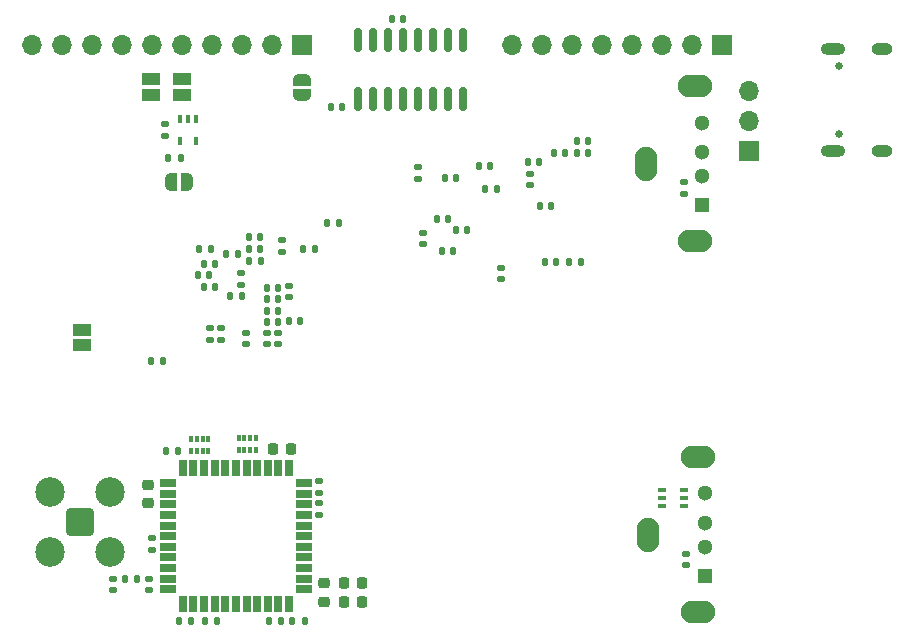
<source format=gbr>
%TF.GenerationSoftware,KiCad,Pcbnew,8.0.6*%
%TF.CreationDate,2025-04-17T11:33:28+02:00*%
%TF.ProjectId,hardware,68617264-7761-4726-952e-6b696361645f,rev?*%
%TF.SameCoordinates,Original*%
%TF.FileFunction,Soldermask,Bot*%
%TF.FilePolarity,Negative*%
%FSLAX46Y46*%
G04 Gerber Fmt 4.6, Leading zero omitted, Abs format (unit mm)*
G04 Created by KiCad (PCBNEW 8.0.6) date 2025-04-17 11:33:28*
%MOMM*%
%LPD*%
G01*
G04 APERTURE LIST*
G04 Aperture macros list*
%AMRoundRect*
0 Rectangle with rounded corners*
0 $1 Rounding radius*
0 $2 $3 $4 $5 $6 $7 $8 $9 X,Y pos of 4 corners*
0 Add a 4 corners polygon primitive as box body*
4,1,4,$2,$3,$4,$5,$6,$7,$8,$9,$2,$3,0*
0 Add four circle primitives for the rounded corners*
1,1,$1+$1,$2,$3*
1,1,$1+$1,$4,$5*
1,1,$1+$1,$6,$7*
1,1,$1+$1,$8,$9*
0 Add four rect primitives between the rounded corners*
20,1,$1+$1,$2,$3,$4,$5,0*
20,1,$1+$1,$4,$5,$6,$7,0*
20,1,$1+$1,$6,$7,$8,$9,0*
20,1,$1+$1,$8,$9,$2,$3,0*%
%AMFreePoly0*
4,1,19,0.500000,-0.750000,0.000000,-0.750000,0.000000,-0.744911,-0.071157,-0.744911,-0.207708,-0.704816,-0.327430,-0.627875,-0.420627,-0.520320,-0.479746,-0.390866,-0.500000,-0.250000,-0.500000,0.250000,-0.479746,0.390866,-0.420627,0.520320,-0.327430,0.627875,-0.207708,0.704816,-0.071157,0.744911,0.000000,0.744911,0.000000,0.750000,0.500000,0.750000,0.500000,-0.750000,0.500000,-0.750000,
$1*%
%AMFreePoly1*
4,1,19,0.000000,0.744911,0.071157,0.744911,0.207708,0.704816,0.327430,0.627875,0.420627,0.520320,0.479746,0.390866,0.500000,0.250000,0.500000,-0.250000,0.479746,-0.390866,0.420627,-0.520320,0.327430,-0.627875,0.207708,-0.704816,0.071157,-0.744911,0.000000,-0.744911,0.000000,-0.750000,-0.500000,-0.750000,-0.500000,0.750000,0.000000,0.750000,0.000000,0.744911,0.000000,0.744911,
$1*%
G04 Aperture macros list end*
%ADD10R,1.300000X1.300000*%
%ADD11C,1.300000*%
%ADD12O,2.900000X1.900000*%
%ADD13O,1.900000X2.900000*%
%ADD14C,0.650000*%
%ADD15O,2.100000X1.000000*%
%ADD16O,1.800000X1.000000*%
%ADD17R,1.700000X1.700000*%
%ADD18O,1.700000X1.700000*%
%ADD19RoundRect,0.140000X-0.170000X0.140000X-0.170000X-0.140000X0.170000X-0.140000X0.170000X0.140000X0*%
%ADD20RoundRect,0.140000X0.140000X0.170000X-0.140000X0.170000X-0.140000X-0.170000X0.140000X-0.170000X0*%
%ADD21RoundRect,0.140000X0.170000X-0.140000X0.170000X0.140000X-0.170000X0.140000X-0.170000X-0.140000X0*%
%ADD22RoundRect,0.140000X-0.140000X-0.170000X0.140000X-0.170000X0.140000X0.170000X-0.140000X0.170000X0*%
%ADD23RoundRect,0.135000X0.135000X0.185000X-0.135000X0.185000X-0.135000X-0.185000X0.135000X-0.185000X0*%
%ADD24RoundRect,0.135000X-0.135000X-0.185000X0.135000X-0.185000X0.135000X0.185000X-0.135000X0.185000X0*%
%ADD25RoundRect,0.225000X-0.225000X-0.250000X0.225000X-0.250000X0.225000X0.250000X-0.225000X0.250000X0*%
%ADD26FreePoly0,270.000000*%
%ADD27FreePoly1,270.000000*%
%ADD28FreePoly0,0.000000*%
%ADD29FreePoly1,0.000000*%
%ADD30RoundRect,0.218750X0.256250X-0.218750X0.256250X0.218750X-0.256250X0.218750X-0.256250X-0.218750X0*%
%ADD31RoundRect,0.050000X-0.650000X-0.250000X0.650000X-0.250000X0.650000X0.250000X-0.650000X0.250000X0*%
%ADD32RoundRect,0.050000X-0.250000X0.650000X-0.250000X-0.650000X0.250000X-0.650000X0.250000X0.650000X0*%
%ADD33RoundRect,0.050000X0.650000X0.250000X-0.650000X0.250000X-0.650000X-0.250000X0.650000X-0.250000X0*%
%ADD34RoundRect,0.050000X0.250000X-0.650000X0.250000X0.650000X-0.250000X0.650000X-0.250000X-0.650000X0*%
%ADD35R,0.400000X0.500000*%
%ADD36R,0.300000X0.500000*%
%ADD37RoundRect,0.135000X-0.185000X0.135000X-0.185000X-0.135000X0.185000X-0.135000X0.185000X0.135000X0*%
%ADD38RoundRect,0.225000X0.225000X0.250000X-0.225000X0.250000X-0.225000X-0.250000X0.225000X-0.250000X0*%
%ADD39RoundRect,0.100000X0.225000X0.100000X-0.225000X0.100000X-0.225000X-0.100000X0.225000X-0.100000X0*%
%ADD40RoundRect,0.100000X-0.100000X0.225000X-0.100000X-0.225000X0.100000X-0.225000X0.100000X0.225000X0*%
%ADD41RoundRect,0.150000X-0.150000X0.825000X-0.150000X-0.825000X0.150000X-0.825000X0.150000X0.825000X0*%
%ADD42R,1.500000X1.000000*%
%ADD43RoundRect,0.225000X0.250000X-0.225000X0.250000X0.225000X-0.250000X0.225000X-0.250000X-0.225000X0*%
%ADD44RoundRect,0.135000X0.185000X-0.135000X0.185000X0.135000X-0.185000X0.135000X-0.185000X-0.135000X0*%
%ADD45RoundRect,0.200100X-0.949900X0.949900X-0.949900X-0.949900X0.949900X-0.949900X0.949900X0.949900X0*%
%ADD46C,2.500000*%
G04 APERTURE END LIST*
D10*
%TO.C,J2*%
X152385000Y-132200000D03*
D11*
X152385000Y-129700000D03*
X152385000Y-127700000D03*
X152385000Y-125200000D03*
D12*
X151785000Y-135270000D03*
D13*
X147605000Y-128700000D03*
D12*
X151785000Y-122130000D03*
%TD*%
D10*
%TO.C,J3*%
X152200000Y-100800000D03*
D11*
X152200000Y-98300000D03*
X152200000Y-96300000D03*
X152200000Y-93800000D03*
D12*
X151600000Y-103870000D03*
D13*
X147420000Y-97300000D03*
D12*
X151600000Y-90730000D03*
%TD*%
D14*
%TO.C,J5*%
X163720000Y-94810000D03*
X163720000Y-89030000D03*
D15*
X163220000Y-96240000D03*
D16*
X167400000Y-96240000D03*
D15*
X163220000Y-87600000D03*
D16*
X167400000Y-87600000D03*
%TD*%
D17*
%TO.C,J10*%
X156100000Y-96200000D03*
D18*
X156100000Y-93660000D03*
X156100000Y-91120000D03*
%TD*%
D19*
%TO.C,C2*%
X137579100Y-98135500D03*
X137579100Y-99095500D03*
%TD*%
%TO.C,C31*%
X113157000Y-106568300D03*
X113157000Y-107528300D03*
%TD*%
D20*
%TO.C,C38*%
X116253200Y-110693200D03*
X115293200Y-110693200D03*
%TD*%
%TO.C,C42*%
X116265900Y-108775500D03*
X115305900Y-108775500D03*
%TD*%
D21*
%TO.C,C43*%
X115303300Y-112575280D03*
X115303300Y-111615280D03*
%TD*%
D20*
%TO.C,C48*%
X118117560Y-110637320D03*
X117157560Y-110637320D03*
%TD*%
D22*
%TO.C,C53*%
X112219800Y-108483400D03*
X113179800Y-108483400D03*
%TD*%
D20*
%TO.C,C54*%
X116253200Y-109753400D03*
X115293200Y-109753400D03*
%TD*%
%TO.C,C55*%
X114767300Y-103517700D03*
X113807300Y-103517700D03*
%TD*%
D22*
%TO.C,C59*%
X111902300Y-104927400D03*
X112862300Y-104927400D03*
%TD*%
D21*
%TO.C,C64*%
X116560600Y-104747000D03*
X116560600Y-103787000D03*
%TD*%
D20*
%TO.C,C66*%
X110970000Y-107721400D03*
X110010000Y-107721400D03*
%TD*%
%TO.C,C67*%
X116265900Y-107784900D03*
X115305900Y-107784900D03*
%TD*%
D21*
%TO.C,C68*%
X111467900Y-112176500D03*
X111467900Y-111216500D03*
%TD*%
D20*
%TO.C,C69*%
X110970000Y-105740200D03*
X110010000Y-105740200D03*
%TD*%
D21*
%TO.C,C70*%
X110490000Y-112176500D03*
X110490000Y-111216500D03*
%TD*%
D22*
%TO.C,C75*%
X141544100Y-96405700D03*
X142504100Y-96405700D03*
%TD*%
%TO.C,C76*%
X139613700Y-96405700D03*
X140573700Y-96405700D03*
%TD*%
%TO.C,C77*%
X137391200Y-97180400D03*
X138351200Y-97180400D03*
%TD*%
%TO.C,C78*%
X141544100Y-95351600D03*
X142504100Y-95351600D03*
%TD*%
D20*
%TO.C,C79*%
X134782500Y-99402900D03*
X133822500Y-99402900D03*
%TD*%
%TO.C,C80*%
X134211000Y-97447100D03*
X133251000Y-97447100D03*
%TD*%
D22*
%TO.C,C82*%
X138458000Y-100888800D03*
X139418000Y-100888800D03*
%TD*%
D20*
%TO.C,C85*%
X132306000Y-102882700D03*
X131346000Y-102882700D03*
%TD*%
%TO.C,C86*%
X131122360Y-104653080D03*
X130162360Y-104653080D03*
%TD*%
D21*
%TO.C,C87*%
X128562100Y-104073900D03*
X128562100Y-103113900D03*
%TD*%
D22*
%TO.C,C89*%
X140931960Y-105628440D03*
X141891960Y-105628440D03*
%TD*%
%TO.C,C90*%
X129695000Y-101942900D03*
X130655000Y-101942900D03*
%TD*%
%TO.C,C91*%
X138839000Y-105613200D03*
X139799000Y-105613200D03*
%TD*%
D21*
%TO.C,C92*%
X128130300Y-98559500D03*
X128130300Y-97599500D03*
%TD*%
D20*
%TO.C,C99*%
X110462000Y-106730800D03*
X109502000Y-106730800D03*
%TD*%
D23*
%TO.C,R30*%
X110593600Y-104470200D03*
X109573600Y-104470200D03*
%TD*%
D20*
%TO.C,C74*%
X131340800Y-98501200D03*
X130380800Y-98501200D03*
%TD*%
D21*
%TO.C,C40*%
X116248180Y-112575280D03*
X116248180Y-111615280D03*
%TD*%
%TO.C,C56*%
X113576100Y-112567600D03*
X113576100Y-111607600D03*
%TD*%
D20*
%TO.C,C73*%
X119380000Y-104500000D03*
X118420000Y-104500000D03*
%TD*%
%TO.C,C65*%
X114767300Y-104533700D03*
X113807300Y-104533700D03*
%TD*%
D23*
%TO.C,R26*%
X114810000Y-105524300D03*
X113790000Y-105524300D03*
%TD*%
D19*
%TO.C,C32*%
X135128000Y-106111100D03*
X135128000Y-107071100D03*
%TD*%
%TO.C,C37*%
X117200000Y-107620000D03*
X117200000Y-108580000D03*
%TD*%
D24*
%TO.C,R6*%
X120429560Y-102280720D03*
X121449560Y-102280720D03*
%TD*%
D25*
%TO.C,C46*%
X121825000Y-134400000D03*
X123375000Y-134400000D03*
%TD*%
D26*
%TO.C,JP2*%
X118300000Y-90200000D03*
D27*
X118300000Y-91500000D03*
%TD*%
D22*
%TO.C,C49*%
X125920000Y-85000000D03*
X126880000Y-85000000D03*
%TD*%
D28*
%TO.C,JP5*%
X107220000Y-98800000D03*
D29*
X108520000Y-98800000D03*
%TD*%
D30*
%TO.C,L5*%
X120200000Y-134387500D03*
X120200000Y-132812500D03*
%TD*%
D31*
%TO.C,U8*%
X106925000Y-133325000D03*
X106925000Y-132425000D03*
X106925000Y-131525000D03*
X106925000Y-130625000D03*
X106925000Y-129725000D03*
X106925000Y-128825000D03*
X106925000Y-127925000D03*
X106925000Y-127025000D03*
X106925000Y-126125000D03*
X106925000Y-125225000D03*
X106925000Y-124325000D03*
D32*
X108200000Y-123050000D03*
X109100000Y-123050000D03*
X110000000Y-123050000D03*
X110900000Y-123050000D03*
X111800000Y-123050000D03*
X112700000Y-123050000D03*
X113600000Y-123050000D03*
X114500000Y-123050000D03*
X115400000Y-123050000D03*
X116300000Y-123050000D03*
X117200000Y-123050000D03*
D33*
X118475000Y-124325000D03*
X118475000Y-125225000D03*
X118475000Y-126125000D03*
X118475000Y-127025000D03*
X118475000Y-127925000D03*
X118475000Y-128825000D03*
X118475000Y-129725000D03*
X118475000Y-130625000D03*
X118475000Y-131525000D03*
X118475000Y-132425000D03*
X118475000Y-133325000D03*
D34*
X117200000Y-134600000D03*
X116300000Y-134600000D03*
X115400000Y-134600000D03*
X114500000Y-134600000D03*
X113600000Y-134600000D03*
X112700000Y-134600000D03*
X111800000Y-134600000D03*
X110900000Y-134600000D03*
X110000000Y-134600000D03*
X109100000Y-134600000D03*
X108200000Y-134600000D03*
%TD*%
D17*
%TO.C,J6*%
X118280000Y-87200000D03*
D18*
X115740000Y-87200000D03*
X113200000Y-87200000D03*
X110660000Y-87200000D03*
X108120000Y-87200000D03*
X105580000Y-87200000D03*
X103040000Y-87200000D03*
X100500000Y-87200000D03*
X97960000Y-87200000D03*
X95420000Y-87200000D03*
%TD*%
D17*
%TO.C,J4*%
X153860000Y-87200000D03*
D18*
X151320000Y-87200000D03*
X148780000Y-87200000D03*
X146240000Y-87200000D03*
X143700000Y-87200000D03*
X141160000Y-87200000D03*
X138620000Y-87200000D03*
X136080000Y-87200000D03*
%TD*%
D19*
%TO.C,C60*%
X106662500Y-93940000D03*
X106662500Y-94900000D03*
%TD*%
D20*
%TO.C,C44*%
X116480000Y-136000000D03*
X115520000Y-136000000D03*
%TD*%
D23*
%TO.C,R33*%
X111110000Y-136000000D03*
X110090000Y-136000000D03*
%TD*%
D35*
%TO.C,RN1*%
X114425000Y-121525000D03*
D36*
X113925000Y-121525000D03*
X113425000Y-121525000D03*
D35*
X112925000Y-121525000D03*
X112925000Y-120525000D03*
D36*
X113425000Y-120525000D03*
X113925000Y-120525000D03*
D35*
X114425000Y-120525000D03*
%TD*%
D37*
%TO.C,R38*%
X119765000Y-124115000D03*
X119765000Y-125135000D03*
%TD*%
D38*
%TO.C,C45*%
X117372756Y-121425000D03*
X115822756Y-121425000D03*
%TD*%
D39*
%TO.C,U14*%
X150650000Y-124950000D03*
X150650000Y-125600000D03*
X150650000Y-126250000D03*
X148750000Y-126250000D03*
X148750000Y-125600000D03*
X148750000Y-124950000D03*
%TD*%
D21*
%TO.C,C61*%
X150650000Y-99820000D03*
X150650000Y-98860000D03*
%TD*%
D24*
%TO.C,R37*%
X117490000Y-136000000D03*
X118510000Y-136000000D03*
%TD*%
D40*
%TO.C,U13*%
X108007500Y-93460000D03*
X108657500Y-93460000D03*
X109307500Y-93460000D03*
X109307500Y-95360000D03*
X108007500Y-95360000D03*
%TD*%
D41*
%TO.C,U10*%
X123055000Y-86825000D03*
X124325000Y-86825000D03*
X125595000Y-86825000D03*
X126865000Y-86825000D03*
X128135000Y-86825000D03*
X129405000Y-86825000D03*
X130675000Y-86825000D03*
X131945000Y-86825000D03*
X131945000Y-91775000D03*
X130675000Y-91775000D03*
X129405000Y-91775000D03*
X128135000Y-91775000D03*
X126865000Y-91775000D03*
X125595000Y-91775000D03*
X124325000Y-91775000D03*
X123055000Y-91775000D03*
%TD*%
D37*
%TO.C,R39*%
X119757244Y-126022244D03*
X119757244Y-127042244D03*
%TD*%
D42*
%TO.C,JP3*%
X108100000Y-91450000D03*
X108100000Y-90150000D03*
%TD*%
D21*
%TO.C,C62*%
X150780000Y-131260000D03*
X150780000Y-130300000D03*
%TD*%
D23*
%TO.C,R15*%
X108010000Y-96800000D03*
X106990000Y-96800000D03*
%TD*%
D42*
%TO.C,JP1*%
X99700000Y-112650000D03*
X99700000Y-111350000D03*
%TD*%
D19*
%TO.C,C39*%
X105300000Y-132440000D03*
X105300000Y-133400000D03*
%TD*%
D25*
%TO.C,C47*%
X121825000Y-132800000D03*
X123375000Y-132800000D03*
%TD*%
D43*
%TO.C,C41*%
X105275000Y-126050000D03*
X105275000Y-124500000D03*
%TD*%
D42*
%TO.C,JP4*%
X105500000Y-91450000D03*
X105500000Y-90150000D03*
%TD*%
D24*
%TO.C,R35*%
X103290000Y-132480000D03*
X104310000Y-132480000D03*
%TD*%
D22*
%TO.C,C50*%
X120720000Y-92500000D03*
X121680000Y-92500000D03*
%TD*%
D19*
%TO.C,C36*%
X102300000Y-132420000D03*
X102300000Y-133380000D03*
%TD*%
D24*
%TO.C,R40*%
X106790000Y-121600000D03*
X107810000Y-121600000D03*
%TD*%
%TO.C,R36*%
X107890000Y-136000000D03*
X108910000Y-136000000D03*
%TD*%
D23*
%TO.C,R23*%
X106510000Y-114000000D03*
X105490000Y-114000000D03*
%TD*%
D35*
%TO.C,RN2*%
X110375000Y-121625000D03*
D36*
X109875000Y-121625000D03*
X109375000Y-121625000D03*
D35*
X108875000Y-121625000D03*
X108875000Y-120625000D03*
D36*
X109375000Y-120625000D03*
X109875000Y-120625000D03*
D35*
X110375000Y-120625000D03*
%TD*%
D44*
%TO.C,R34*%
X105565000Y-130025000D03*
X105565000Y-129005000D03*
%TD*%
D45*
%TO.C,J7*%
X99500000Y-127600000D03*
D46*
X102040000Y-125060000D03*
X96960000Y-125060000D03*
X102040000Y-130140000D03*
X96960000Y-130140000D03*
%TD*%
M02*

</source>
